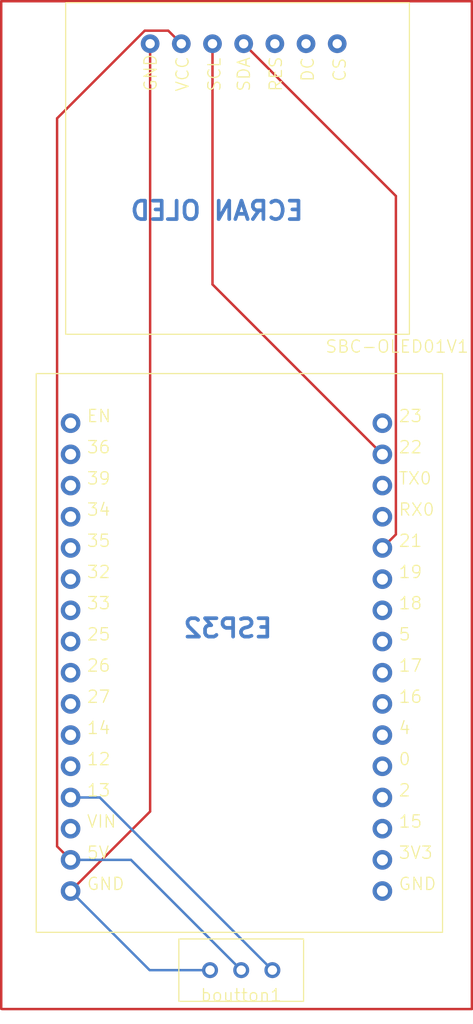
<source format=kicad_pcb>
(kicad_pcb (version 20240108) (generator "pcbnew") (generator_version "8.0")
  (layers (0 "F.Cu" signal) (31 "B.Cu" signal) (34 "B.Paste" user) (35 "F.Paste" user) (36 "B.SilkS" user "B.Silkscreen") (37 "F.SilkS" user "F.Silkscreen") (38 "B.Mask" user) (39 "F.Mask" user) (44 "Edge.Cuts" user))
  (net 0 "")
  (net 1 "Net-(boutton1-OUT)")
  (net 2 "Net-(ESP32-WROOM-32E1-5V)")
  (net 3 "Net-(ESP32-WROOM-32E1-22)")
  (net 14 "Net-(SBC-OLED01V1-SDA)")
  (net 29 "Net-(SBC-OLED01V1-GND)")
  (footprint "Library:ESP32_DevKit_38pin_v2" (layer "F.Cu") (at 140.56 101.41)
    (property "Reference" "ESP32-WROOM-32E1" (hide yes))
    (property "Value" "~")
    (fp_rect (start -15.5 -26.9) (end 17.6 18.6) (stroke (width 0.1)) (fill none) (layer "F.SilkS"))
    (fp_text user "25" (at -11.43 -5.08 0) (layer "F.SilkS") (effects (font (thickness 0.1)) (justify left bottom)))
    (fp_text user "32" (at -11.43 -10.16 0) (layer "F.SilkS") (effects (font (thickness 0.1)) (justify left bottom)))
    (fp_text user "5" (at 13.97 -5.08 0) (layer "F.SilkS") (effects (font (thickness 0.1)) (justify left bottom)))
    (fp_text user "35" (at -11.43 -12.7 0) (layer "F.SilkS") (effects (font (thickness 0.1)) (justify left bottom)))
    (fp_text user "TX0" (at 13.97 -17.78 0) (layer "F.SilkS") (effects (font (thickness 0.1)) (justify left bottom)))
    (fp_text user "15" (at 13.97 10.16 0) (layer "F.SilkS") (effects (font (thickness 0.1)) (justify left bottom)))
    (fp_text user "3V3" (at 13.97 12.7 0) (layer "F.SilkS") (effects (font (thickness 0.1)) (justify left bottom)))
    (fp_text user "21" (at 13.97 -12.7 0) (layer "F.SilkS") (effects (font (thickness 0.1)) (justify left bottom)))
    (fp_text user "17" (at 13.97 -2.54 0) (layer "F.SilkS") (effects (font (thickness 0.1)) (justify left bottom)))
    (fp_text user "EN" (at -11.43 -22.86 0) (layer "F.SilkS") (effects (font (thickness 0.1)) (justify left bottom)))
    (fp_text user "18" (at 13.97 -7.62 0) (layer "F.SilkS") (effects (font (thickness 0.1)) (justify left bottom)))
    (fp_text user "GND" (at -11.43 15.24 0) (layer "F.SilkS") (effects (font (thickness 0.1)) (justify left bottom)))
    (fp_text user "22" (at 13.97 -20.32 0) (layer "F.SilkS") (effects (font (thickness 0.1)) (justify left bottom)))
    (fp_text user "GND" (at 13.97 15.24 0) (layer "F.SilkS") (effects (font (thickness 0.1)) (justify left bottom)))
    (fp_text user "2" (at 13.97 7.62 0) (layer "F.SilkS") (effects (font (thickness 0.1)) (justify left bottom)))
    (fp_text user "12" (at -11.43 5.08 0) (layer "F.SilkS") (effects (font (thickness 0.1)) (justify left bottom)))
    (fp_text user "27" (at -11.43 0 0) (layer "F.SilkS") (effects (font (thickness 0.1)) (justify left bottom)))
    (fp_text user "5V" (at -11.43 12.7 0) (layer "F.SilkS") (effects (font (thickness 0.1)) (justify left bottom)))
    (fp_text user "33" (at -11.43 -7.62 0) (layer "F.SilkS") (effects (font (thickness 0.1)) (justify left bottom)))
    (fp_text user "23" (at 13.97 -22.86 0) (layer "F.SilkS") (effects (font (thickness 0.1)) (justify left bottom)))
    (fp_text user "34" (at -11.43 -15.24 0) (layer "F.SilkS") (effects (font (thickness 0.1)) (justify left bottom)))
    (fp_text user "19" (at 13.97 -10.16 0) (layer "F.SilkS") (effects (font (thickness 0.1)) (justify left bottom)))
    (fp_text user "39" (at -11.43 -17.78 0) (layer "F.SilkS") (effects (font (thickness 0.1)) (justify left bottom)))
    (fp_text user "4" (at 13.97 2.54 0) (layer "F.SilkS") (effects (font (thickness 0.1)) (justify left bottom)))
    (fp_text user "0" (at 13.97 5.08 0) (layer "F.SilkS") (effects (font (thickness 0.1)) (justify left bottom)))
    (fp_text user "14" (at -11.43 2.54 0) (layer "F.SilkS") (effects (font (thickness 0.1)) (justify left bottom)))
    (fp_text user "36" (at -11.43 -20.32 0) (layer "F.SilkS") (effects (font (thickness 0.1)) (justify left bottom)))
    (fp_text user "26" (at -11.43 -2.54 0) (layer "F.SilkS") (effects (font (thickness 0.1)) (justify left bottom)))
    (fp_text user "VIN" (at -11.43 10.16 0) (layer "F.SilkS") (effects (font (thickness 0.1)) (justify left bottom)))
    (fp_text user "16" (at 13.97 0 0) (layer "F.SilkS") (effects (font (thickness 0.1)) (justify left bottom)))
    (fp_text user "13" (at -11.43 7.62 0) (layer "F.SilkS") (effects (font (thickness 0.1)) (justify left bottom)))
    (fp_text user "RX0" (at 13.97 -15.24 0) (layer "F.SilkS") (effects (font (thickness 0.1)) (justify left bottom)))
    (pad "1" thru_hole circle (at -12.7 -22.86) (size 1.6 1.6) (drill 0.9) (layers "*.Cu" "*.Mask" "In1.Cu" "In2.Cu" "In3.Cu" "In4.Cu" "In5.Cu" "In6.Cu" "In7.Cu" "In8.Cu" "In9.Cu" "In10.Cu" "In11.Cu" "In12.Cu" "In13.Cu" "In14.Cu" "In15.Cu" "In16.Cu" "In17.Cu" "In18.Cu" "In19.Cu" "In20.Cu" "In21.Cu" "In22.Cu" "In23.Cu" "In24.Cu" "In25.Cu" "In26.Cu" "In27.Cu" "In28.Cu" "In29.Cu" "In30.Cu"))
    (pad "2" thru_hole circle (at -12.7 -20.32) (size 1.6 1.6) (drill 0.9) (layers "*.Cu" "*.Mask" "In1.Cu" "In2.Cu" "In3.Cu" "In4.Cu" "In5.Cu" "In6.Cu" "In7.Cu" "In8.Cu" "In9.Cu" "In10.Cu" "In11.Cu" "In12.Cu" "In13.Cu" "In14.Cu" "In15.Cu" "In16.Cu" "In17.Cu" "In18.Cu" "In19.Cu" "In20.Cu" "In21.Cu" "In22.Cu" "In23.Cu" "In24.Cu" "In25.Cu" "In26.Cu" "In27.Cu" "In28.Cu" "In29.Cu" "In30.Cu"))
    (pad "3" thru_hole circle (at -12.7 -17.78) (size 1.6 1.6) (drill 0.9) (layers "*.Cu" "*.Mask" "In1.Cu" "In2.Cu" "In3.Cu" "In4.Cu" "In5.Cu" "In6.Cu" "In7.Cu" "In8.Cu" "In9.Cu" "In10.Cu" "In11.Cu" "In12.Cu" "In13.Cu" "In14.Cu" "In15.Cu" "In16.Cu" "In17.Cu" "In18.Cu" "In19.Cu" "In20.Cu" "In21.Cu" "In22.Cu" "In23.Cu" "In24.Cu" "In25.Cu" "In26.Cu" "In27.Cu" "In28.Cu" "In29.Cu" "In30.Cu"))
    (pad "4" thru_hole circle (at -12.7 -15.24) (size 1.6 1.6) (drill 0.9) (layers "*.Cu" "*.Mask" "In1.Cu" "In2.Cu" "In3.Cu" "In4.Cu" "In5.Cu" "In6.Cu" "In7.Cu" "In8.Cu" "In9.Cu" "In10.Cu" "In11.Cu" "In12.Cu" "In13.Cu" "In14.Cu" "In15.Cu" "In16.Cu" "In17.Cu" "In18.Cu" "In19.Cu" "In20.Cu" "In21.Cu" "In22.Cu" "In23.Cu" "In24.Cu" "In25.Cu" "In26.Cu" "In27.Cu" "In28.Cu" "In29.Cu" "In30.Cu"))
    (pad "5" thru_hole circle (at -12.7 -12.7) (size 1.6 1.6) (drill 0.9) (layers "*.Cu" "*.Mask" "In1.Cu" "In2.Cu" "In3.Cu" "In4.Cu" "In5.Cu" "In6.Cu" "In7.Cu" "In8.Cu" "In9.Cu" "In10.Cu" "In11.Cu" "In12.Cu" "In13.Cu" "In14.Cu" "In15.Cu" "In16.Cu" "In17.Cu" "In18.Cu" "In19.Cu" "In20.Cu" "In21.Cu" "In22.Cu" "In23.Cu" "In24.Cu" "In25.Cu" "In26.Cu" "In27.Cu" "In28.Cu" "In29.Cu" "In30.Cu"))
    (pad "6" thru_hole circle (at -12.7 -10.16) (size 1.6 1.6) (drill 0.9) (layers "*.Cu" "*.Mask" "In1.Cu" "In2.Cu" "In3.Cu" "In4.Cu" "In5.Cu" "In6.Cu" "In7.Cu" "In8.Cu" "In9.Cu" "In10.Cu" "In11.Cu" "In12.Cu" "In13.Cu" "In14.Cu" "In15.Cu" "In16.Cu" "In17.Cu" "In18.Cu" "In19.Cu" "In20.Cu" "In21.Cu" "In22.Cu" "In23.Cu" "In24.Cu" "In25.Cu" "In26.Cu" "In27.Cu" "In28.Cu" "In29.Cu" "In30.Cu"))
    (pad "7" thru_hole circle (at -12.7 -7.62) (size 1.6 1.6) (drill 0.9) (layers "*.Cu" "*.Mask" "In1.Cu" "In2.Cu" "In3.Cu" "In4.Cu" "In5.Cu" "In6.Cu" "In7.Cu" "In8.Cu" "In9.Cu" "In10.Cu" "In11.Cu" "In12.Cu" "In13.Cu" "In14.Cu" "In15.Cu" "In16.Cu" "In17.Cu" "In18.Cu" "In19.Cu" "In20.Cu" "In21.Cu" "In22.Cu" "In23.Cu" "In24.Cu" "In25.Cu" "In26.Cu" "In27.Cu" "In28.Cu" "In29.Cu" "In30.Cu"))
    (pad "8" thru_hole circle (at -12.7 -5.08) (size 1.6 1.6) (drill 0.9) (layers "*.Cu" "*.Mask" "In1.Cu" "In2.Cu" "In3.Cu" "In4.Cu" "In5.Cu" "In6.Cu" "In7.Cu" "In8.Cu" "In9.Cu" "In10.Cu" "In11.Cu" "In12.Cu" "In13.Cu" "In14.Cu" "In15.Cu" "In16.Cu" "In17.Cu" "In18.Cu" "In19.Cu" "In20.Cu" "In21.Cu" "In22.Cu" "In23.Cu" "In24.Cu" "In25.Cu" "In26.Cu" "In27.Cu" "In28.Cu" "In29.Cu" "In30.Cu"))
    (pad "9" thru_hole circle (at -12.7 -2.54) (size 1.6 1.6) (drill 0.9) (layers "*.Cu" "*.Mask" "In1.Cu" "In2.Cu" "In3.Cu" "In4.Cu" "In5.Cu" "In6.Cu" "In7.Cu" "In8.Cu" "In9.Cu" "In10.Cu" "In11.Cu" "In12.Cu" "In13.Cu" "In14.Cu" "In15.Cu" "In16.Cu" "In17.Cu" "In18.Cu" "In19.Cu" "In20.Cu" "In21.Cu" "In22.Cu" "In23.Cu" "In24.Cu" "In25.Cu" "In26.Cu" "In27.Cu" "In28.Cu" "In29.Cu" "In30.Cu"))
    (pad "10" thru_hole circle (at -12.7 0) (size 1.6 1.6) (drill 0.9) (layers "*.Cu" "*.Mask" "In1.Cu" "In2.Cu" "In3.Cu" "In4.Cu" "In5.Cu" "In6.Cu" "In7.Cu" "In8.Cu" "In9.Cu" "In10.Cu" "In11.Cu" "In12.Cu" "In13.Cu" "In14.Cu" "In15.Cu" "In16.Cu" "In17.Cu" "In18.Cu" "In19.Cu" "In20.Cu" "In21.Cu" "In22.Cu" "In23.Cu" "In24.Cu" "In25.Cu" "In26.Cu" "In27.Cu" "In28.Cu" "In29.Cu" "In30.Cu"))
    (pad "11" thru_hole circle (at -12.7 2.54) (size 1.6 1.6) (drill 0.9) (layers "*.Cu" "*.Mask" "In1.Cu" "In2.Cu" "In3.Cu" "In4.Cu" "In5.Cu" "In6.Cu" "In7.Cu" "In8.Cu" "In9.Cu" "In10.Cu" "In11.Cu" "In12.Cu" "In13.Cu" "In14.Cu" "In15.Cu" "In16.Cu" "In17.Cu" "In18.Cu" "In19.Cu" "In20.Cu" "In21.Cu" "In22.Cu" "In23.Cu" "In24.Cu" "In25.Cu" "In26.Cu" "In27.Cu" "In28.Cu" "In29.Cu" "In30.Cu"))
    (pad "12" thru_hole circle (at -12.7 5.08) (size 1.6 1.6) (drill 0.9) (layers "*.Cu" "*.Mask" "In1.Cu" "In2.Cu" "In3.Cu" "In4.Cu" "In5.Cu" "In6.Cu" "In7.Cu" "In8.Cu" "In9.Cu" "In10.Cu" "In11.Cu" "In12.Cu" "In13.Cu" "In14.Cu" "In15.Cu" "In16.Cu" "In17.Cu" "In18.Cu" "In19.Cu" "In20.Cu" "In21.Cu" "In22.Cu" "In23.Cu" "In24.Cu" "In25.Cu" "In26.Cu" "In27.Cu" "In28.Cu" "In29.Cu" "In30.Cu"))
    (pad "13" thru_hole circle (at -12.7 7.62) (size 1.6 1.6) (drill 0.9) (layers "*.Cu" "*.Mask" "In1.Cu" "In2.Cu" "In3.Cu" "In4.Cu" "In5.Cu" "In6.Cu" "In7.Cu" "In8.Cu" "In9.Cu" "In10.Cu" "In11.Cu" "In12.Cu" "In13.Cu" "In14.Cu" "In15.Cu" "In16.Cu" "In17.Cu" "In18.Cu" "In19.Cu" "In20.Cu" "In21.Cu" "In22.Cu" "In23.Cu" "In24.Cu" "In25.Cu" "In26.Cu" "In27.Cu" "In28.Cu" "In29.Cu" "In30.Cu") (net 1 "Net-(boutton1-OUT)"))
    (pad "14" thru_hole circle (at -12.7 10.16) (size 1.6 1.6) (drill 0.9) (layers "*.Cu" "*.Mask" "In1.Cu" "In2.Cu" "In3.Cu" "In4.Cu" "In5.Cu" "In6.Cu" "In7.Cu" "In8.Cu" "In9.Cu" "In10.Cu" "In11.Cu" "In12.Cu" "In13.Cu" "In14.Cu" "In15.Cu" "In16.Cu" "In17.Cu" "In18.Cu" "In19.Cu" "In20.Cu" "In21.Cu" "In22.Cu" "In23.Cu" "In24.Cu" "In25.Cu" "In26.Cu" "In27.Cu" "In28.Cu" "In29.Cu" "In30.Cu"))
    (pad "15" thru_hole circle (at -12.7 12.7) (size 1.6 1.6) (drill 0.9) (layers "*.Cu" "*.Mask" "In1.Cu" "In2.Cu" "In3.Cu" "In4.Cu" "In5.Cu" "In6.Cu" "In7.Cu" "In8.Cu" "In9.Cu" "In10.Cu" "In11.Cu" "In12.Cu" "In13.Cu" "In14.Cu" "In15.Cu" "In16.Cu" "In17.Cu" "In18.Cu" "In19.Cu" "In20.Cu" "In21.Cu" "In22.Cu" "In23.Cu" "In24.Cu" "In25.Cu" "In26.Cu" "In27.Cu" "In28.Cu" "In29.Cu" "In30.Cu") (net 2 "Net-(ESP32-WROOM-32E1-5V)"))
    (pad "16" thru_hole circle (at -12.7 15.24) (size 1.6 1.6) (drill 0.9) (layers "*.Cu" "*.Mask" "In1.Cu" "In2.Cu" "In3.Cu" "In4.Cu" "In5.Cu" "In6.Cu" "In7.Cu" "In8.Cu" "In9.Cu" "In10.Cu" "In11.Cu" "In12.Cu" "In13.Cu" "In14.Cu" "In15.Cu" "In16.Cu" "In17.Cu" "In18.Cu" "In19.Cu" "In20.Cu" "In21.Cu" "In22.Cu" "In23.Cu" "In24.Cu" "In25.Cu" "In26.Cu" "In27.Cu" "In28.Cu" "In29.Cu" "In30.Cu") (net 29 "Net-(SBC-OLED01V1-GND)"))
    (pad "17" thru_hole circle (at 12.7 -22.86) (size 1.6 1.6) (drill 0.9) (layers "*.Cu" "*.Mask" "In1.Cu" "In2.Cu" "In3.Cu" "In4.Cu" "In5.Cu" "In6.Cu" "In7.Cu" "In8.Cu" "In9.Cu" "In10.Cu" "In11.Cu" "In12.Cu" "In13.Cu" "In14.Cu" "In15.Cu" "In16.Cu" "In17.Cu" "In18.Cu" "In19.Cu" "In20.Cu" "In21.Cu" "In22.Cu" "In23.Cu" "In24.Cu" "In25.Cu" "In26.Cu" "In27.Cu" "In28.Cu" "In29.Cu" "In30.Cu"))
    (pad "18" thru_hole circle (at 12.7 -20.32) (size 1.6 1.6) (drill 0.9) (layers "*.Cu" "*.Mask" "In1.Cu" "In2.Cu" "In3.Cu" "In4.Cu" "In5.Cu" "In6.Cu" "In7.Cu" "In8.Cu" "In9.Cu" "In10.Cu" "In11.Cu" "In12.Cu" "In13.Cu" "In14.Cu" "In15.Cu" "In16.Cu" "In17.Cu" "In18.Cu" "In19.Cu" "In20.Cu" "In21.Cu" "In22.Cu" "In23.Cu" "In24.Cu" "In25.Cu" "In26.Cu" "In27.Cu" "In28.Cu" "In29.Cu" "In30.Cu") (net 3 "Net-(ESP32-WROOM-32E1-22)"))
    (pad "19" thru_hole circle (at 12.7 -17.78) (size 1.6 1.6) (drill 0.9) (layers "*.Cu" "*.Mask" "In1.Cu" "In2.Cu" "In3.Cu" "In4.Cu" "In5.Cu" "In6.Cu" "In7.Cu" "In8.Cu" "In9.Cu" "In10.Cu" "In11.Cu" "In12.Cu" "In13.Cu" "In14.Cu" "In15.Cu" "In16.Cu" "In17.Cu" "In18.Cu" "In19.Cu" "In20.Cu" "In21.Cu" "In22.Cu" "In23.Cu" "In24.Cu" "In25.Cu" "In26.Cu" "In27.Cu" "In28.Cu" "In29.Cu" "In30.Cu"))
    (pad "20" thru_hole circle (at 12.7 -15.24) (size 1.6 1.6) (drill 0.9) (layers "*.Cu" "*.Mask" "In1.Cu" "In2.Cu" "In3.Cu" "In4.Cu" "In5.Cu" "In6.Cu" "In7.Cu" "In8.Cu" "In9.Cu" "In10.Cu" "In11.Cu" "In12.Cu" "In13.Cu" "In14.Cu" "In15.Cu" "In16.Cu" "In17.Cu" "In18.Cu" "In19.Cu" "In20.Cu" "In21.Cu" "In22.Cu" "In23.Cu" "In24.Cu" "In25.Cu" "In26.Cu" "In27.Cu" "In28.Cu" "In29.Cu" "In30.Cu"))
    (pad "21" thru_hole circle (at 12.7 -12.7) (size 1.6 1.6) (drill 0.9) (layers "*.Cu" "*.Mask" "In1.Cu" "In2.Cu" "In3.Cu" "In4.Cu" "In5.Cu" "In6.Cu" "In7.Cu" "In8.Cu" "In9.Cu" "In10.Cu" "In11.Cu" "In12.Cu" "In13.Cu" "In14.Cu" "In15.Cu" "In16.Cu" "In17.Cu" "In18.Cu" "In19.Cu" "In20.Cu" "In21.Cu" "In22.Cu" "In23.Cu" "In24.Cu" "In25.Cu" "In26.Cu" "In27.Cu" "In28.Cu" "In29.Cu" "In30.Cu") (net 14 "Net-(SBC-OLED01V1-SDA)"))
    (pad "22" thru_hole circle (at 12.7 -10.16) (size 1.6 1.6) (drill 0.9) (layers "*.Cu" "*.Mask" "In1.Cu" "In2.Cu" "In3.Cu" "In4.Cu" "In5.Cu" "In6.Cu" "In7.Cu" "In8.Cu" "In9.Cu" "In10.Cu" "In11.Cu" "In12.Cu" "In13.Cu" "In14.Cu" "In15.Cu" "In16.Cu" "In17.Cu" "In18.Cu" "In19.Cu" "In20.Cu" "In21.Cu" "In22.Cu" "In23.Cu" "In24.Cu" "In25.Cu" "In26.Cu" "In27.Cu" "In28.Cu" "In29.Cu" "In30.Cu"))
    (pad "23" thru_hole circle (at 12.7 -7.62) (size 1.6 1.6) (drill 0.9) (layers "*.Cu" "*.Mask" "In1.Cu" "In2.Cu" "In3.Cu" "In4.Cu" "In5.Cu" "In6.Cu" "In7.Cu" "In8.Cu" "In9.Cu" "In10.Cu" "In11.Cu" "In12.Cu" "In13.Cu" "In14.Cu" "In15.Cu" "In16.Cu" "In17.Cu" "In18.Cu" "In19.Cu" "In20.Cu" "In21.Cu" "In22.Cu" "In23.Cu" "In24.Cu" "In25.Cu" "In26.Cu" "In27.Cu" "In28.Cu" "In29.Cu" "In30.Cu"))
    (pad "24" thru_hole circle (at 12.7 -5.08) (size 1.6 1.6) (drill 0.9) (layers "*.Cu" "*.Mask" "In1.Cu" "In2.Cu" "In3.Cu" "In4.Cu" "In5.Cu" "In6.Cu" "In7.Cu" "In8.Cu" "In9.Cu" "In10.Cu" "In11.Cu" "In12.Cu" "In13.Cu" "In14.Cu" "In15.Cu" "In16.Cu" "In17.Cu" "In18.Cu" "In19.Cu" "In20.Cu" "In21.Cu" "In22.Cu" "In23.Cu" "In24.Cu" "In25.Cu" "In26.Cu" "In27.Cu" "In28.Cu" "In29.Cu" "In30.Cu"))
    (pad "25" thru_hole circle (at 12.7 -2.54) (size 1.6 1.6) (drill 0.9) (layers "*.Cu" "*.Mask" "In1.Cu" "In2.Cu" "In3.Cu" "In4.Cu" "In5.Cu" "In6.Cu" "In7.Cu" "In8.Cu" "In9.Cu" "In10.Cu" "In11.Cu" "In12.Cu" "In13.Cu" "In14.Cu" "In15.Cu" "In16.Cu" "In17.Cu" "In18.Cu" "In19.Cu" "In20.Cu" "In21.Cu" "In22.Cu" "In23.Cu" "In24.Cu" "In25.Cu" "In26.Cu" "In27.Cu" "In28.Cu" "In29.Cu" "In30.Cu"))
    (pad "26" thru_hole circle (at 12.7 0) (size 1.6 1.6) (drill 0.9) (layers "*.Cu" "*.Mask" "In1.Cu" "In2.Cu" "In3.Cu" "In4.Cu" "In5.Cu" "In6.Cu" "In7.Cu" "In8.Cu" "In9.Cu" "In10.Cu" "In11.Cu" "In12.Cu" "In13.Cu" "In14.Cu" "In15.Cu" "In16.Cu" "In17.Cu" "In18.Cu" "In19.Cu" "In20.Cu" "In21.Cu" "In22.Cu" "In23.Cu" "In24.Cu" "In25.Cu" "In26.Cu" "In27.Cu" "In28.Cu" "In29.Cu" "In30.Cu"))
    (pad "27" thru_hole circle (at 12.7 2.54) (size 1.6 1.6) (drill 0.9) (layers "*.Cu" "*.Mask" "In1.Cu" "In2.Cu" "In3.Cu" "In4.Cu" "In5.Cu" "In6.Cu" "In7.Cu" "In8.Cu" "In9.Cu" "In10.Cu" "In11.Cu" "In12.Cu" "In13.Cu" "In14.Cu" "In15.Cu" "In16.Cu" "In17.Cu" "In18.Cu" "In19.Cu" "In20.Cu" "In21.Cu" "In22.Cu" "In23.Cu" "In24.Cu" "In25.Cu" "In26.Cu" "In27.Cu" "In28.Cu" "In29.Cu" "In30.Cu"))
    (pad "28" thru_hole circle (at 12.7 5.08) (size 1.6 1.6) (drill 0.9) (layers "*.Cu" "*.Mask" "In1.Cu" "In2.Cu" "In3.Cu" "In4.Cu" "In5.Cu" "In6.Cu" "In7.Cu" "In8.Cu" "In9.Cu" "In10.Cu" "In11.Cu" "In12.Cu" "In13.Cu" "In14.Cu" "In15.Cu" "In16.Cu" "In17.Cu" "In18.Cu" "In19.Cu" "In20.Cu" "In21.Cu" "In22.Cu" "In23.Cu" "In24.Cu" "In25.Cu" "In26.Cu" "In27.Cu" "In28.Cu" "In29.Cu" "In30.Cu"))
    (pad "29" thru_hole circle (at 12.7 7.62) (size 1.6 1.6) (drill 0.9) (layers "*.Cu" "*.Mask" "In1.Cu" "In2.Cu" "In3.Cu" "In4.Cu" "In5.Cu" "In6.Cu" "In7.Cu" "In8.Cu" "In9.Cu" "In10.Cu" "In11.Cu" "In12.Cu" "In13.Cu" "In14.Cu" "In15.Cu" "In16.Cu" "In17.Cu" "In18.Cu" "In19.Cu" "In20.Cu" "In21.Cu" "In22.Cu" "In23.Cu" "In24.Cu" "In25.Cu" "In26.Cu" "In27.Cu" "In28.Cu" "In29.Cu" "In30.Cu"))
    (pad "30" thru_hole circle (at 12.7 10.16) (size 1.6 1.6) (drill 0.9) (layers "*.Cu" "*.Mask" "In1.Cu" "In2.Cu" "In3.Cu" "In4.Cu" "In5.Cu" "In6.Cu" "In7.Cu" "In8.Cu" "In9.Cu" "In10.Cu" "In11.Cu" "In12.Cu" "In13.Cu" "In14.Cu" "In15.Cu" "In16.Cu" "In17.Cu" "In18.Cu" "In19.Cu" "In20.Cu" "In21.Cu" "In22.Cu" "In23.Cu" "In24.Cu" "In25.Cu" "In26.Cu" "In27.Cu" "In28.Cu" "In29.Cu" "In30.Cu"))
    (pad "31" thru_hole circle (at 12.7 12.7) (size 1.6 1.6) (drill 0.9) (layers "*.Cu" "*.Mask" "In1.Cu" "In2.Cu" "In3.Cu" "In4.Cu" "In5.Cu" "In6.Cu" "In7.Cu" "In8.Cu" "In9.Cu" "In10.Cu" "In11.Cu" "In12.Cu" "In13.Cu" "In14.Cu" "In15.Cu" "In16.Cu" "In17.Cu" "In18.Cu" "In19.Cu" "In20.Cu" "In21.Cu" "In22.Cu" "In23.Cu" "In24.Cu" "In25.Cu" "In26.Cu" "In27.Cu" "In28.Cu" "In29.Cu" "In30.Cu"))
    (pad "32" thru_hole circle (at 12.7 15.24) (size 1.6 1.6) (drill 0.9) (layers "*.Cu" "*.Mask" "In1.Cu" "In2.Cu" "In3.Cu" "In4.Cu" "In5.Cu" "In6.Cu" "In7.Cu" "In8.Cu" "In9.Cu" "In10.Cu" "In11.Cu" "In12.Cu" "In13.Cu" "In14.Cu" "In15.Cu" "In16.Cu" "In17.Cu" "In18.Cu" "In19.Cu" "In20.Cu" "In21.Cu" "In22.Cu" "In23.Cu" "In24.Cu" "In25.Cu" "In26.Cu" "In27.Cu" "In28.Cu" "In29.Cu" "In30.Cu"))
  )
  (footprint "Library:broche_tri" (layer "F.Cu") (at 141.76 125.63)
    (property "Reference" "boutton1" (at 0 -0.5 0) (layer "F.SilkS") (effects (font (thickness 0.1))))
    (property "Value" "~")
    (fp_rect (start -5.08 -5.08) (end 5.08 0) (stroke (width 0.1)) (fill none) (layer "F.SilkS"))
    (pad "1" thru_hole circle (at -2.54 -2.54) (size 1.3 1.3) (drill 0.762) (layers "*.Cu" "*.Mask" "In1.Cu" "In2.Cu" "In3.Cu" "In4.Cu" "In5.Cu" "In6.Cu" "In7.Cu" "In8.Cu" "In9.Cu" "In10.Cu" "In11.Cu" "In12.Cu" "In13.Cu" "In14.Cu" "In15.Cu" "In16.Cu" "In17.Cu" "In18.Cu" "In19.Cu" "In20.Cu" "In21.Cu" "In22.Cu" "In23.Cu" "In24.Cu" "In25.Cu" "In26.Cu" "In27.Cu" "In28.Cu" "In29.Cu" "In30.Cu") (net 29 "Net-(SBC-OLED01V1-GND)"))
    (pad "2" thru_hole circle (at 0 -2.54) (size 1.3 1.3) (drill 0.762) (layers "*.Cu" "*.Mask" "In1.Cu" "In2.Cu" "In3.Cu" "In4.Cu" "In5.Cu" "In6.Cu" "In7.Cu" "In8.Cu" "In9.Cu" "In10.Cu" "In11.Cu" "In12.Cu" "In13.Cu" "In14.Cu" "In15.Cu" "In16.Cu" "In17.Cu" "In18.Cu" "In19.Cu" "In20.Cu" "In21.Cu" "In22.Cu" "In23.Cu" "In24.Cu" "In25.Cu" "In26.Cu" "In27.Cu" "In28.Cu" "In29.Cu" "In30.Cu") (net 2 "Net-(ESP32-WROOM-32E1-5V)"))
    (pad "3" thru_hole circle (at 2.54 -2.54) (size 1.3 1.3) (drill 0.762) (layers "*.Cu" "*.Mask" "In1.Cu" "In2.Cu" "In3.Cu" "In4.Cu" "In5.Cu" "In6.Cu" "In7.Cu" "In8.Cu" "In9.Cu" "In10.Cu" "In11.Cu" "In12.Cu" "In13.Cu" "In14.Cu" "In15.Cu" "In16.Cu" "In17.Cu" "In18.Cu" "In19.Cu" "In20.Cu" "In21.Cu" "In22.Cu" "In23.Cu" "In24.Cu" "In25.Cu" "In26.Cu" "In27.Cu" "In28.Cu" "In29.Cu" "In30.Cu") (net 1 "Net-(boutton1-OUT)"))
  )
  (footprint "Library:SBC-OLED01V2" (layer "F.Cu") (at 141.96 57.81)
    (property "Reference" "SBC-OLED01V1" (at 12.5 14.5 0) (layer "F.SilkS") (effects (font (thickness 0.1))))
    (property "Value" "~")
    (fp_rect (start -14.5 -13.5) (end 13.5 13.5) (stroke (width 0.1)) (fill none) (layer "F.SilkS"))
    (fp_text user "VCC" (at -4.4 -6.2 90) (layer "F.SilkS") (effects (font (thickness 0.1)) (justify left bottom)))
    (fp_text user "CS" (at 8.4 -7 90) (layer "F.SilkS") (effects (font (thickness 0.1)) (justify left bottom)))
    (fp_text user "SCL" (at -1.8 -6.2 90) (layer "F.SilkS") (effects (font (thickness 0.1)) (justify left bottom)))
    (fp_text user "SDA" (at 0.6 -6.2 90) (layer "F.SilkS") (effects (font (thickness 0.1)) (justify left bottom)))
    (fp_text user "DC" (at 5.8 -7 90) (layer "F.SilkS") (effects (font (thickness 0.1)) (justify left bottom)))
    (fp_text user "GND" (at -7 -6.2 90) (layer "F.SilkS") (effects (font (thickness 0.1)) (justify left bottom)))
    (fp_text user "RES" (at 3.2 -6.2 90) (layer "F.SilkS") (effects (font (thickness 0.1)) (justify left bottom)))
    (pad "1" thru_hole circle (at -7.62 -10.16) (size 1.524 1.524) (drill 0.762) (layers "*.Cu" "*.Mask" "In1.Cu" "In2.Cu" "In3.Cu" "In4.Cu" "In5.Cu" "In6.Cu" "In7.Cu" "In8.Cu" "In9.Cu" "In10.Cu" "In11.Cu" "In12.Cu" "In13.Cu" "In14.Cu" "In15.Cu" "In16.Cu" "In17.Cu" "In18.Cu" "In19.Cu" "In20.Cu" "In21.Cu" "In22.Cu" "In23.Cu" "In24.Cu" "In25.Cu" "In26.Cu" "In27.Cu" "In28.Cu" "In29.Cu" "In30.Cu") (net 29 "Net-(SBC-OLED01V1-GND)"))
    (pad "2" thru_hole circle (at -5.08 -10.16) (size 1.524 1.524) (drill 0.762) (layers "*.Cu" "*.Mask" "In1.Cu" "In2.Cu" "In3.Cu" "In4.Cu" "In5.Cu" "In6.Cu" "In7.Cu" "In8.Cu" "In9.Cu" "In10.Cu" "In11.Cu" "In12.Cu" "In13.Cu" "In14.Cu" "In15.Cu" "In16.Cu" "In17.Cu" "In18.Cu" "In19.Cu" "In20.Cu" "In21.Cu" "In22.Cu" "In23.Cu" "In24.Cu" "In25.Cu" "In26.Cu" "In27.Cu" "In28.Cu" "In29.Cu" "In30.Cu") (net 2 "Net-(ESP32-WROOM-32E1-5V)"))
    (pad "3" thru_hole circle (at -2.54 -10.16) (size 1.524 1.524) (drill 0.762) (layers "*.Cu" "*.Mask" "In1.Cu" "In2.Cu" "In3.Cu" "In4.Cu" "In5.Cu" "In6.Cu" "In7.Cu" "In8.Cu" "In9.Cu" "In10.Cu" "In11.Cu" "In12.Cu" "In13.Cu" "In14.Cu" "In15.Cu" "In16.Cu" "In17.Cu" "In18.Cu" "In19.Cu" "In20.Cu" "In21.Cu" "In22.Cu" "In23.Cu" "In24.Cu" "In25.Cu" "In26.Cu" "In27.Cu" "In28.Cu" "In29.Cu" "In30.Cu") (net 3 "Net-(ESP32-WROOM-32E1-22)"))
    (pad "4" thru_hole circle (at 0 -10.16) (size 1.524 1.524) (drill 0.762) (layers "*.Cu" "*.Mask" "In1.Cu" "In2.Cu" "In3.Cu" "In4.Cu" "In5.Cu" "In6.Cu" "In7.Cu" "In8.Cu" "In9.Cu" "In10.Cu" "In11.Cu" "In12.Cu" "In13.Cu" "In14.Cu" "In15.Cu" "In16.Cu" "In17.Cu" "In18.Cu" "In19.Cu" "In20.Cu" "In21.Cu" "In22.Cu" "In23.Cu" "In24.Cu" "In25.Cu" "In26.Cu" "In27.Cu" "In28.Cu" "In29.Cu" "In30.Cu") (net 14 "Net-(SBC-OLED01V1-SDA)"))
    (pad "5" thru_hole circle (at 2.54 -10.16) (size 1.524 1.524) (drill 0.762) (layers "*.Cu" "*.Mask" "In1.Cu" "In2.Cu" "In3.Cu" "In4.Cu" "In5.Cu" "In6.Cu" "In7.Cu" "In8.Cu" "In9.Cu" "In10.Cu" "In11.Cu" "In12.Cu" "In13.Cu" "In14.Cu" "In15.Cu" "In16.Cu" "In17.Cu" "In18.Cu" "In19.Cu" "In20.Cu" "In21.Cu" "In22.Cu" "In23.Cu" "In24.Cu" "In25.Cu" "In26.Cu" "In27.Cu" "In28.Cu" "In29.Cu" "In30.Cu"))
    (pad "6" thru_hole circle (at 5.08 -10.16) (size 1.524 1.524) (drill 0.762) (layers "*.Cu" "*.Mask" "In1.Cu" "In2.Cu" "In3.Cu" "In4.Cu" "In5.Cu" "In6.Cu" "In7.Cu" "In8.Cu" "In9.Cu" "In10.Cu" "In11.Cu" "In12.Cu" "In13.Cu" "In14.Cu" "In15.Cu" "In16.Cu" "In17.Cu" "In18.Cu" "In19.Cu" "In20.Cu" "In21.Cu" "In22.Cu" "In23.Cu" "In24.Cu" "In25.Cu" "In26.Cu" "In27.Cu" "In28.Cu" "In29.Cu" "In30.Cu"))
    (pad "7" thru_hole circle (at 7.62 -10.16) (size 1.524 1.524) (drill 0.762) (layers "*.Cu" "*.Mask" "In1.Cu" "In2.Cu" "In3.Cu" "In4.Cu" "In5.Cu" "In6.Cu" "In7.Cu" "In8.Cu" "In9.Cu" "In10.Cu" "In11.Cu" "In12.Cu" "In13.Cu" "In14.Cu" "In15.Cu" "In16.Cu" "In17.Cu" "In18.Cu" "In19.Cu" "In20.Cu" "In21.Cu" "In22.Cu" "In23.Cu" "In24.Cu" "In25.Cu" "In26.Cu" "In27.Cu" "In28.Cu" "In29.Cu" "In30.Cu"))
  )
  (gr_line (start 122.21 44.19) (end 122.21 126.24) (stroke (width 0.2)) (layer "F.Cu"))
  (gr_line (start 160.55 44.19) (end 122.21 44.19) (stroke (width 0.2)) (layer "F.Cu"))
  (gr_line (start 160.55 126.26) (end 160.55 44.19) (stroke (width 0.2)) (layer "F.Cu"))
  (gr_line (start 122.28 126.26) (end 160.48 126.26) (stroke (width 0.2)) (layer "F.Cu"))
  (gr_text "ESP32" (at 144.44 96.13 0) (layer "B.Cu") (effects (font (size 1.5 1.5) (thickness 0.3) (bold yes)) (justify left bottom mirror)))
  (gr_text "ECRAN OLED\n" (at 146.98 62.13 0) (layer "B.Cu") (effects (font (size 1.5 1.5) (thickness 0.3) (bold yes)) (justify left bottom mirror)))
  (segment (start 130.24 109.03) (end 127.86 109.03) (width 0.2) (layer "B.Cu") (net 1))
  (segment (start 144.3 123.09) (end 130.24 109.03) (width 0.2) (layer "B.Cu") (net 1))
  (segment (start 126.76 113.01) (end 127.86 114.11) (width 0.2) (layer "F.Cu") (net 2))
  (segment (start 135.818 46.588) (end 133.900105 46.588) (width 0.2) (layer "F.Cu") (net 2))
  (segment (start 126.76 53.728105) (end 126.76 113.01) (width 0.2) (layer "F.Cu") (net 2))
  (segment (start 136.88 47.65) (end 135.818 46.588) (width 0.2) (layer "F.Cu") (net 2))
  (segment (start 133.900105 46.588) (end 126.76 53.728105) (width 0.2) (layer "F.Cu") (net 2))
  (segment (start 141.76 123.09) (end 132.78 114.11) (width 0.2) (layer "B.Cu") (net 2))
  (segment (start 132.78 114.11) (end 127.86 114.11) (width 0.2) (layer "B.Cu") (net 2))
  (segment (start 139.42 67.25) (end 153.26 81.09) (width 0.2) (layer "F.Cu") (net 3))
  (segment (start 139.42 47.65) (end 139.42 67.25) (width 0.2) (layer "F.Cu") (net 3))
  (segment (start 154.36 60.05) (end 154.36 87.61) (width 0.2) (layer "F.Cu") (net 14))
  (segment (start 141.96 47.65) (end 154.36 60.05) (width 0.2) (layer "F.Cu") (net 14))
  (segment (start 154.36 87.61) (end 153.26 88.71) (width 0.2) (layer "F.Cu") (net 14))
  (segment (start 134.34 110.17) (end 127.86 116.65) (width 0.2) (layer "F.Cu") (net 29))
  (segment (start 134.34 47.65) (end 134.34 110.17) (width 0.2) (layer "F.Cu") (net 29))
  (segment (start 134.3 123.09) (end 127.86 116.65) (width 0.2) (layer "B.Cu") (net 29))
  (segment (start 139.22 123.09) (end 134.3 123.09) (width 0.2) (layer "B.Cu") (net 29))
)
</source>
